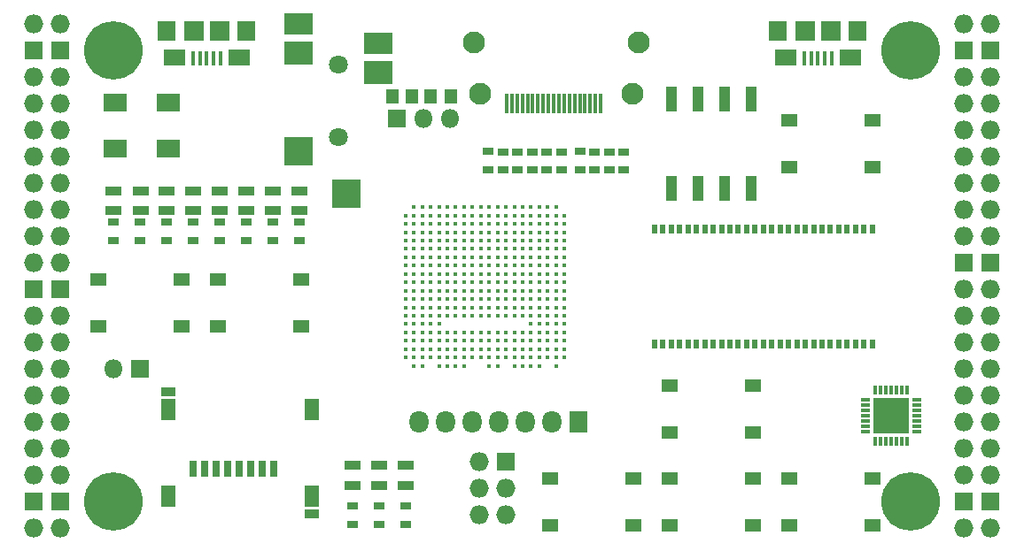
<source format=gts>
G04 #@! TF.GenerationSoftware,KiCad,Pcbnew,5.0.0-rc2+dfsg1-3*
G04 #@! TF.CreationDate,2018-07-06T12:09:25+02:00*
G04 #@! TF.ProjectId,ulx3s,756C7833732E6B696361645F70636200,rev?*
G04 #@! TF.SameCoordinates,Original*
G04 #@! TF.FileFunction,Soldermask,Top*
G04 #@! TF.FilePolarity,Negative*
%FSLAX46Y46*%
G04 Gerber Fmt 4.6, Leading zero omitted, Abs format (unit mm)*
G04 Created by KiCad (PCBNEW 5.0.0-rc2+dfsg1-3) date Fri Jul  6 12:09:25 2018*
%MOMM*%
%LPD*%
G01*
G04 APERTURE LIST*
%ADD10R,1.120000X2.440000*%
%ADD11R,0.560000X0.900000*%
%ADD12O,1.827200X1.827200*%
%ADD13R,1.727200X1.727200*%
%ADD14C,5.600000*%
%ADD15O,0.950000X0.400000*%
%ADD16O,0.400000X0.950000*%
%ADD17R,1.675000X1.675000*%
%ADD18R,1.727200X2.032000*%
%ADD19O,1.827200X2.132000*%
%ADD20C,0.430000*%
%ADD21R,2.800000X2.000000*%
%ADD22R,2.800000X2.200000*%
%ADD23R,2.800000X2.800000*%
%ADD24C,1.800000*%
%ADD25R,0.700000X1.500000*%
%ADD26R,1.450000X0.900000*%
%ADD27R,1.450000X2.000000*%
%ADD28R,2.200000X1.800000*%
%ADD29R,1.000000X0.670000*%
%ADD30R,1.500000X0.970000*%
%ADD31R,0.300000X1.900000*%
%ADD32C,2.100000*%
%ADD33R,1.700000X1.700000*%
%ADD34O,1.800000X1.800000*%
%ADD35R,1.295000X1.400000*%
%ADD36R,1.800000X1.900000*%
%ADD37R,0.400000X1.350000*%
%ADD38R,1.900000X1.900000*%
%ADD39R,2.100000X1.600000*%
%ADD40R,1.550000X1.300000*%
G04 APERTURE END LIST*
D10*
G04 #@! TO.C,SW1*
X156330000Y-69815000D03*
X163950000Y-78425000D03*
X158870000Y-69815000D03*
X161410000Y-78425000D03*
X161410000Y-69815000D03*
X158870000Y-78425000D03*
X163950000Y-69815000D03*
X156330000Y-78425000D03*
G04 #@! TD*
D11*
G04 #@! TO.C,U2*
X175493000Y-82270000D03*
X154693000Y-93330000D03*
X155493000Y-93330000D03*
X156293000Y-93330000D03*
X157093000Y-93330000D03*
X157893000Y-93330000D03*
X158693000Y-93330000D03*
X159493000Y-93330000D03*
X160293000Y-93330000D03*
X161093000Y-93330000D03*
X161893000Y-93330000D03*
X162693000Y-93330000D03*
X163493000Y-93330000D03*
X164293000Y-93330000D03*
X165093000Y-93330000D03*
X165893000Y-93330000D03*
X166693000Y-93330000D03*
X167493000Y-93330000D03*
X168293000Y-93330000D03*
X169093000Y-93330000D03*
X169893000Y-93330000D03*
X170693000Y-93330000D03*
X171493000Y-93330000D03*
X172293000Y-93330000D03*
X173093000Y-93330000D03*
X173893000Y-93330000D03*
X174693000Y-93330000D03*
X175493000Y-93330000D03*
X174693000Y-82270000D03*
X173893000Y-82270000D03*
X173093000Y-82270000D03*
X172293000Y-82270000D03*
X171493000Y-82270000D03*
X170693000Y-82270000D03*
X169893000Y-82270000D03*
X169093000Y-82270000D03*
X168293000Y-82270000D03*
X167493000Y-82270000D03*
X166693000Y-82270000D03*
X165893000Y-82270000D03*
X165093000Y-82270000D03*
X164293000Y-82270000D03*
X163493000Y-82270000D03*
X162693000Y-82270000D03*
X161893000Y-82270000D03*
X161093000Y-82270000D03*
X160293000Y-82270000D03*
X159493000Y-82270000D03*
X158693000Y-82270000D03*
X157893000Y-82270000D03*
X157093000Y-82270000D03*
X156293000Y-82270000D03*
X155493000Y-82270000D03*
X154693000Y-82270000D03*
G04 #@! TD*
D12*
G04 #@! TO.C,J1*
X97910000Y-62690000D03*
X95370000Y-62690000D03*
D13*
X97910000Y-65230000D03*
X95370000Y-65230000D03*
D12*
X97910000Y-67770000D03*
X95370000Y-67770000D03*
X97910000Y-70310000D03*
X95370000Y-70310000D03*
X97910000Y-72850000D03*
X95370000Y-72850000D03*
X97910000Y-75390000D03*
X95370000Y-75390000D03*
X97910000Y-77930000D03*
X95370000Y-77930000D03*
X97910000Y-80470000D03*
X95370000Y-80470000D03*
X97910000Y-83010000D03*
X95370000Y-83010000D03*
X97910000Y-85550000D03*
X95370000Y-85550000D03*
D13*
X97910000Y-88090000D03*
X95370000Y-88090000D03*
D12*
X97910000Y-90630000D03*
X95370000Y-90630000D03*
X97910000Y-93170000D03*
X95370000Y-93170000D03*
X97910000Y-95710000D03*
X95370000Y-95710000D03*
X97910000Y-98250000D03*
X95370000Y-98250000D03*
X97910000Y-100790000D03*
X95370000Y-100790000D03*
X97910000Y-103330000D03*
X95370000Y-103330000D03*
X97910000Y-105870000D03*
X95370000Y-105870000D03*
D13*
X97910000Y-108410000D03*
X95370000Y-108410000D03*
D12*
X97910000Y-110950000D03*
X95370000Y-110950000D03*
G04 #@! TD*
G04 #@! TO.C,J2*
X184270000Y-110950000D03*
X186810000Y-110950000D03*
D13*
X184270000Y-108410000D03*
X186810000Y-108410000D03*
D12*
X184270000Y-105870000D03*
X186810000Y-105870000D03*
X184270000Y-103330000D03*
X186810000Y-103330000D03*
X184270000Y-100790000D03*
X186810000Y-100790000D03*
X184270000Y-98250000D03*
X186810000Y-98250000D03*
X184270000Y-95710000D03*
X186810000Y-95710000D03*
X184270000Y-93170000D03*
X186810000Y-93170000D03*
X184270000Y-90630000D03*
X186810000Y-90630000D03*
X184270000Y-88090000D03*
X186810000Y-88090000D03*
D13*
X184270000Y-85550000D03*
X186810000Y-85550000D03*
D12*
X184270000Y-83010000D03*
X186810000Y-83010000D03*
X184270000Y-80470000D03*
X186810000Y-80470000D03*
X184270000Y-77930000D03*
X186810000Y-77930000D03*
X184270000Y-75390000D03*
X186810000Y-75390000D03*
X184270000Y-72850000D03*
X186810000Y-72850000D03*
X184270000Y-70310000D03*
X186810000Y-70310000D03*
X184270000Y-67770000D03*
X186810000Y-67770000D03*
D13*
X184270000Y-65230000D03*
X186810000Y-65230000D03*
D12*
X184270000Y-62690000D03*
X186810000Y-62690000D03*
G04 #@! TD*
D14*
G04 #@! TO.C,H1*
X102990000Y-108410000D03*
G04 #@! TD*
G04 #@! TO.C,H2*
X179190000Y-108410000D03*
G04 #@! TD*
G04 #@! TO.C,H3*
X179190000Y-65230000D03*
G04 #@! TD*
G04 #@! TO.C,H4*
X102990000Y-65230000D03*
G04 #@! TD*
D13*
G04 #@! TO.C,J4*
X140455000Y-104600000D03*
D12*
X137915000Y-104600000D03*
X140455000Y-107140000D03*
X137915000Y-107140000D03*
X140455000Y-109680000D03*
X137915000Y-109680000D03*
G04 #@! TD*
D15*
G04 #@! TO.C,U8*
X179735000Y-101655000D03*
X179735000Y-101155000D03*
X179735000Y-100655000D03*
X179735000Y-100155000D03*
X179735000Y-99655000D03*
X179735000Y-99155000D03*
X179735000Y-98655000D03*
D16*
X178785000Y-97705000D03*
X178285000Y-97705000D03*
X177785000Y-97705000D03*
X177285000Y-97705000D03*
X176785000Y-97705000D03*
X176285000Y-97705000D03*
X175785000Y-97705000D03*
D15*
X174835000Y-98655000D03*
X174835000Y-99155000D03*
X174835000Y-99655000D03*
X174835000Y-100155000D03*
X174835000Y-100655000D03*
X174835000Y-101155000D03*
X174835000Y-101655000D03*
D16*
X175785000Y-102605000D03*
X176285000Y-102605000D03*
X176785000Y-102605000D03*
X177285000Y-102605000D03*
X177785000Y-102605000D03*
X178285000Y-102605000D03*
X178785000Y-102605000D03*
D17*
X176447500Y-99317500D03*
X176447500Y-100992500D03*
X178122500Y-99317500D03*
X178122500Y-100992500D03*
G04 #@! TD*
D18*
G04 #@! TO.C,OLED1*
X147440000Y-100790000D03*
D19*
X144900000Y-100790000D03*
X142360000Y-100790000D03*
X139820000Y-100790000D03*
X137280000Y-100790000D03*
X134740000Y-100790000D03*
X132200000Y-100790000D03*
G04 #@! TD*
D20*
G04 #@! TO.C,U1*
X131680000Y-80200000D03*
X132480000Y-80200000D03*
X133280000Y-80200000D03*
X134080000Y-80200000D03*
X134880000Y-80200000D03*
X135680000Y-80200000D03*
X136480000Y-80200000D03*
X137280000Y-80200000D03*
X138080000Y-80200000D03*
X138880000Y-80200000D03*
X139680000Y-80200000D03*
X140480000Y-80200000D03*
X141280000Y-80200000D03*
X142080000Y-80200000D03*
X142880000Y-80200000D03*
X143680000Y-80200000D03*
X144480000Y-80200000D03*
X145280000Y-80200000D03*
X130880000Y-81000000D03*
X131680000Y-81000000D03*
X132480000Y-81000000D03*
X133280000Y-81000000D03*
X134080000Y-81000000D03*
X134880000Y-81000000D03*
X135680000Y-81000000D03*
X136480000Y-81000000D03*
X137280000Y-81000000D03*
X138080000Y-81000000D03*
X138880000Y-81000000D03*
X139680000Y-81000000D03*
X140480000Y-81000000D03*
X141280000Y-81000000D03*
X142080000Y-81000000D03*
X142880000Y-81000000D03*
X143680000Y-81000000D03*
X144480000Y-81000000D03*
X145280000Y-81000000D03*
X146080000Y-81000000D03*
X130880000Y-81800000D03*
X131680000Y-81800000D03*
X132480000Y-81800000D03*
X133280000Y-81800000D03*
X134080000Y-81800000D03*
X134880000Y-81800000D03*
X135680000Y-81800000D03*
X136480000Y-81800000D03*
X137280000Y-81800000D03*
X138080000Y-81800000D03*
X138880000Y-81800000D03*
X139680000Y-81800000D03*
X140480000Y-81800000D03*
X141280000Y-81800000D03*
X142080000Y-81800000D03*
X142880000Y-81800000D03*
X143680000Y-81800000D03*
X144480000Y-81800000D03*
X145280000Y-81800000D03*
X146080000Y-81800000D03*
X130880000Y-82600000D03*
X131680000Y-82600000D03*
X132480000Y-82600000D03*
X133280000Y-82600000D03*
X134080000Y-82600000D03*
X134880000Y-82600000D03*
X135680000Y-82600000D03*
X136480000Y-82600000D03*
X137280000Y-82600000D03*
X138080000Y-82600000D03*
X138880000Y-82600000D03*
X139680000Y-82600000D03*
X140480000Y-82600000D03*
X141280000Y-82600000D03*
X142080000Y-82600000D03*
X142880000Y-82600000D03*
X143680000Y-82600000D03*
X144480000Y-82600000D03*
X145280000Y-82600000D03*
X146080000Y-82600000D03*
X130880000Y-83400000D03*
X131680000Y-83400000D03*
X132480000Y-83400000D03*
X133280000Y-83400000D03*
X134080000Y-83400000D03*
X134880000Y-83400000D03*
X135680000Y-83400000D03*
X136480000Y-83400000D03*
X137280000Y-83400000D03*
X138080000Y-83400000D03*
X138880000Y-83400000D03*
X139680000Y-83400000D03*
X140480000Y-83400000D03*
X141280000Y-83400000D03*
X142080000Y-83400000D03*
X142880000Y-83400000D03*
X143680000Y-83400000D03*
X144480000Y-83400000D03*
X145280000Y-83400000D03*
X146080000Y-83400000D03*
X130880000Y-84200000D03*
X131680000Y-84200000D03*
X132480000Y-84200000D03*
X133280000Y-84200000D03*
X134080000Y-84200000D03*
X134880000Y-84200000D03*
X135680000Y-84200000D03*
X136480000Y-84200000D03*
X137280000Y-84200000D03*
X138080000Y-84200000D03*
X138880000Y-84200000D03*
X139680000Y-84200000D03*
X140480000Y-84200000D03*
X141280000Y-84200000D03*
X142080000Y-84200000D03*
X142880000Y-84200000D03*
X143680000Y-84200000D03*
X144480000Y-84200000D03*
X145280000Y-84200000D03*
X146080000Y-84200000D03*
X130880000Y-85000000D03*
X131680000Y-85000000D03*
X132480000Y-85000000D03*
X133280000Y-85000000D03*
X134080000Y-85000000D03*
X134880000Y-85000000D03*
X135680000Y-85000000D03*
X136480000Y-85000000D03*
X137280000Y-85000000D03*
X138080000Y-85000000D03*
X138880000Y-85000000D03*
X139680000Y-85000000D03*
X140480000Y-85000000D03*
X141280000Y-85000000D03*
X142080000Y-85000000D03*
X142880000Y-85000000D03*
X143680000Y-85000000D03*
X144480000Y-85000000D03*
X145280000Y-85000000D03*
X146080000Y-85000000D03*
X130880000Y-85800000D03*
X131680000Y-85800000D03*
X132480000Y-85800000D03*
X133280000Y-85800000D03*
X134080000Y-85800000D03*
X134880000Y-85800000D03*
X135680000Y-85800000D03*
X136480000Y-85800000D03*
X137280000Y-85800000D03*
X138080000Y-85800000D03*
X138880000Y-85800000D03*
X139680000Y-85800000D03*
X140480000Y-85800000D03*
X141280000Y-85800000D03*
X142080000Y-85800000D03*
X142880000Y-85800000D03*
X143680000Y-85800000D03*
X144480000Y-85800000D03*
X145280000Y-85800000D03*
X146080000Y-85800000D03*
X130880000Y-86600000D03*
X131680000Y-86600000D03*
X132480000Y-86600000D03*
X133280000Y-86600000D03*
X134080000Y-86600000D03*
X134880000Y-86600000D03*
X135680000Y-86600000D03*
X136480000Y-86600000D03*
X137280000Y-86600000D03*
X138080000Y-86600000D03*
X138880000Y-86600000D03*
X139680000Y-86600000D03*
X140480000Y-86600000D03*
X141280000Y-86600000D03*
X142080000Y-86600000D03*
X142880000Y-86600000D03*
X143680000Y-86600000D03*
X144480000Y-86600000D03*
X145280000Y-86600000D03*
X146080000Y-86600000D03*
X130880000Y-87400000D03*
X131680000Y-87400000D03*
X132480000Y-87400000D03*
X133280000Y-87400000D03*
X134080000Y-87400000D03*
X134880000Y-87400000D03*
X135680000Y-87400000D03*
X136480000Y-87400000D03*
X137280000Y-87400000D03*
X138080000Y-87400000D03*
X138880000Y-87400000D03*
X139680000Y-87400000D03*
X140480000Y-87400000D03*
X141280000Y-87400000D03*
X142080000Y-87400000D03*
X142880000Y-87400000D03*
X143680000Y-87400000D03*
X144480000Y-87400000D03*
X145280000Y-87400000D03*
X146080000Y-87400000D03*
X130880000Y-88200000D03*
X131680000Y-88200000D03*
X132480000Y-88200000D03*
X133280000Y-88200000D03*
X134080000Y-88200000D03*
X134880000Y-88200000D03*
X135680000Y-88200000D03*
X136480000Y-88200000D03*
X137280000Y-88200000D03*
X138080000Y-88200000D03*
X138880000Y-88200000D03*
X139680000Y-88200000D03*
X140480000Y-88200000D03*
X141280000Y-88200000D03*
X142080000Y-88200000D03*
X142880000Y-88200000D03*
X143680000Y-88200000D03*
X144480000Y-88200000D03*
X145280000Y-88200000D03*
X146080000Y-88200000D03*
X130880000Y-89000000D03*
X131680000Y-89000000D03*
X132480000Y-89000000D03*
X133280000Y-89000000D03*
X134080000Y-89000000D03*
X134880000Y-89000000D03*
X135680000Y-89000000D03*
X136480000Y-89000000D03*
X137280000Y-89000000D03*
X138080000Y-89000000D03*
X138880000Y-89000000D03*
X139680000Y-89000000D03*
X140480000Y-89000000D03*
X141280000Y-89000000D03*
X142080000Y-89000000D03*
X142880000Y-89000000D03*
X143680000Y-89000000D03*
X144480000Y-89000000D03*
X145280000Y-89000000D03*
X146080000Y-89000000D03*
X130880000Y-89800000D03*
X131680000Y-89800000D03*
X132480000Y-89800000D03*
X133280000Y-89800000D03*
X134080000Y-89800000D03*
X134880000Y-89800000D03*
X135680000Y-89800000D03*
X136480000Y-89800000D03*
X137280000Y-89800000D03*
X138080000Y-89800000D03*
X138880000Y-89800000D03*
X139680000Y-89800000D03*
X140480000Y-89800000D03*
X141280000Y-89800000D03*
X142080000Y-89800000D03*
X142880000Y-89800000D03*
X143680000Y-89800000D03*
X144480000Y-89800000D03*
X145280000Y-89800000D03*
X146080000Y-89800000D03*
X130880000Y-90600000D03*
X131680000Y-90600000D03*
X132480000Y-90600000D03*
X133280000Y-90600000D03*
X134080000Y-90600000D03*
X134880000Y-90600000D03*
X135680000Y-90600000D03*
X136480000Y-90600000D03*
X137280000Y-90600000D03*
X138080000Y-90600000D03*
X138880000Y-90600000D03*
X139680000Y-90600000D03*
X140480000Y-90600000D03*
X141280000Y-90600000D03*
X142080000Y-90600000D03*
X142880000Y-90600000D03*
X143680000Y-90600000D03*
X144480000Y-90600000D03*
X145280000Y-90600000D03*
X146080000Y-90600000D03*
X130880000Y-91400000D03*
X131680000Y-91400000D03*
X132480000Y-91400000D03*
X133280000Y-91400000D03*
X134080000Y-91400000D03*
X142880000Y-91400000D03*
X143680000Y-91400000D03*
X144480000Y-91400000D03*
X145280000Y-91400000D03*
X146080000Y-91400000D03*
X130880000Y-92200000D03*
X131680000Y-92200000D03*
X132480000Y-92200000D03*
X133280000Y-92200000D03*
X134080000Y-92200000D03*
X134880000Y-92200000D03*
X135680000Y-92200000D03*
X136480000Y-92200000D03*
X137280000Y-92200000D03*
X138080000Y-92200000D03*
X138880000Y-92200000D03*
X139680000Y-92200000D03*
X140480000Y-92200000D03*
X141280000Y-92200000D03*
X142080000Y-92200000D03*
X142880000Y-92200000D03*
X143680000Y-92200000D03*
X144480000Y-92200000D03*
X145280000Y-92200000D03*
X146080000Y-92200000D03*
X130880000Y-93000000D03*
X131680000Y-93000000D03*
X132480000Y-93000000D03*
X133280000Y-93000000D03*
X134080000Y-93000000D03*
X134880000Y-93000000D03*
X135680000Y-93000000D03*
X136480000Y-93000000D03*
X137280000Y-93000000D03*
X138080000Y-93000000D03*
X138880000Y-93000000D03*
X139680000Y-93000000D03*
X140480000Y-93000000D03*
X141280000Y-93000000D03*
X142080000Y-93000000D03*
X142880000Y-93000000D03*
X143680000Y-93000000D03*
X144480000Y-93000000D03*
X145280000Y-93000000D03*
X146080000Y-93000000D03*
X130880000Y-93800000D03*
X131680000Y-93800000D03*
X132480000Y-93800000D03*
X133280000Y-93800000D03*
X134080000Y-93800000D03*
X134880000Y-93800000D03*
X135680000Y-93800000D03*
X136480000Y-93800000D03*
X137280000Y-93800000D03*
X138080000Y-93800000D03*
X138880000Y-93800000D03*
X139680000Y-93800000D03*
X140480000Y-93800000D03*
X141280000Y-93800000D03*
X142080000Y-93800000D03*
X142880000Y-93800000D03*
X143680000Y-93800000D03*
X144480000Y-93800000D03*
X145280000Y-93800000D03*
X146080000Y-93800000D03*
X130880000Y-94600000D03*
X131680000Y-94600000D03*
X132480000Y-94600000D03*
X133280000Y-94600000D03*
X134080000Y-94600000D03*
X134880000Y-94600000D03*
X135680000Y-94600000D03*
X136480000Y-94600000D03*
X137280000Y-94600000D03*
X138080000Y-94600000D03*
X138880000Y-94600000D03*
X139680000Y-94600000D03*
X140480000Y-94600000D03*
X141280000Y-94600000D03*
X142080000Y-94600000D03*
X142880000Y-94600000D03*
X143680000Y-94600000D03*
X144480000Y-94600000D03*
X145280000Y-94600000D03*
X146080000Y-94600000D03*
X131680000Y-95400000D03*
X132480000Y-95400000D03*
X134080000Y-95400000D03*
X134880000Y-95400000D03*
X135680000Y-95400000D03*
X136480000Y-95400000D03*
X138880000Y-95400000D03*
X139680000Y-95400000D03*
X141280000Y-95400000D03*
X142080000Y-95400000D03*
X142880000Y-95400000D03*
X143680000Y-95400000D03*
X145280000Y-95400000D03*
G04 #@! TD*
D21*
G04 #@! TO.C,AUDIO1*
X120668000Y-62618000D03*
D22*
X120668000Y-65418000D03*
D23*
X120668000Y-74818000D03*
X125218000Y-78918000D03*
D22*
X128268000Y-67318000D03*
D21*
X128268000Y-64518000D03*
D24*
X124468000Y-66518000D03*
X124468000Y-73518000D03*
G04 #@! TD*
D25*
G04 #@! TO.C,SD1*
X118250000Y-105250000D03*
X117150000Y-105250000D03*
X116050000Y-105250000D03*
X114950000Y-105250000D03*
X113850000Y-105250000D03*
X112750000Y-105250000D03*
X111650000Y-105250000D03*
X110550000Y-105250000D03*
D26*
X121925000Y-109550000D03*
X108175000Y-97850000D03*
D27*
X108175000Y-107850000D03*
X121925000Y-107850000D03*
X121925000Y-99550000D03*
X108175000Y-99550000D03*
G04 #@! TD*
D28*
G04 #@! TO.C,Y1*
X108212000Y-70160000D03*
X103132000Y-70160000D03*
X103132000Y-74560000D03*
X108212000Y-74560000D03*
G04 #@! TD*
D29*
G04 #@! TO.C,C36*
X150361000Y-76646000D03*
X150361000Y-74896000D03*
G04 #@! TD*
G04 #@! TO.C,C37*
X151758000Y-74896000D03*
X151758000Y-76646000D03*
G04 #@! TD*
G04 #@! TO.C,C38*
X140201000Y-74896000D03*
X140201000Y-76646000D03*
G04 #@! TD*
G04 #@! TO.C,C39*
X142995000Y-76646000D03*
X142995000Y-74896000D03*
G04 #@! TD*
G04 #@! TO.C,C40*
X145789000Y-76646000D03*
X145789000Y-74896000D03*
G04 #@! TD*
G04 #@! TO.C,C41*
X148964000Y-74896000D03*
X148964000Y-76646000D03*
G04 #@! TD*
G04 #@! TO.C,C42*
X138742800Y-76638600D03*
X138742800Y-74888600D03*
G04 #@! TD*
G04 #@! TO.C,C43*
X141598000Y-74896000D03*
X141598000Y-76646000D03*
G04 #@! TD*
G04 #@! TO.C,C44*
X144392000Y-74896000D03*
X144392000Y-76646000D03*
G04 #@! TD*
G04 #@! TO.C,C45*
X147567000Y-76634000D03*
X147567000Y-74884000D03*
G04 #@! TD*
D30*
G04 #@! TO.C,D19*
X130930000Y-106825000D03*
X130930000Y-104915000D03*
G04 #@! TD*
G04 #@! TO.C,D0*
X120770000Y-78644000D03*
X120770000Y-80554000D03*
G04 #@! TD*
G04 #@! TO.C,D1*
X118230000Y-80554000D03*
X118230000Y-78644000D03*
G04 #@! TD*
G04 #@! TO.C,D2*
X115690000Y-78644000D03*
X115690000Y-80554000D03*
G04 #@! TD*
G04 #@! TO.C,D3*
X113150000Y-78644000D03*
X113150000Y-80554000D03*
G04 #@! TD*
G04 #@! TO.C,D4*
X110610000Y-80554000D03*
X110610000Y-78644000D03*
G04 #@! TD*
G04 #@! TO.C,D5*
X108070000Y-80554000D03*
X108070000Y-78644000D03*
G04 #@! TD*
G04 #@! TO.C,D6*
X105545000Y-78644000D03*
X105545000Y-80554000D03*
G04 #@! TD*
G04 #@! TO.C,D7*
X102990000Y-80554000D03*
X102990000Y-78644000D03*
G04 #@! TD*
G04 #@! TO.C,D18*
X128390000Y-106825000D03*
X128390000Y-104915000D03*
G04 #@! TD*
G04 #@! TO.C,D22*
X125850000Y-104915000D03*
X125850000Y-106825000D03*
G04 #@! TD*
D31*
G04 #@! TO.C,GPDI1*
X149546000Y-70312000D03*
X149046000Y-70312000D03*
X148546000Y-70312000D03*
X148046000Y-70312000D03*
X147546000Y-70312000D03*
X147046000Y-70312000D03*
X146546000Y-70312000D03*
X146046000Y-70312000D03*
X145546000Y-70312000D03*
X145046000Y-70312000D03*
X144546000Y-70312000D03*
X144046000Y-70312000D03*
X143546000Y-70312000D03*
X143046000Y-70312000D03*
X142546000Y-70312000D03*
X142046000Y-70312000D03*
X141546000Y-70312000D03*
X141046000Y-70312000D03*
X140546000Y-70312000D03*
D32*
X152546000Y-69312000D03*
X138046000Y-69312000D03*
X153146000Y-64412000D03*
X137446000Y-64412000D03*
G04 #@! TD*
D29*
G04 #@! TO.C,R41*
X120770000Y-83377000D03*
X120770000Y-81627000D03*
G04 #@! TD*
G04 #@! TO.C,R42*
X118230000Y-81627000D03*
X118230000Y-83377000D03*
G04 #@! TD*
G04 #@! TO.C,R43*
X115690000Y-83377000D03*
X115690000Y-81627000D03*
G04 #@! TD*
G04 #@! TO.C,R44*
X113150000Y-81627000D03*
X113150000Y-83377000D03*
G04 #@! TD*
G04 #@! TO.C,R45*
X110610000Y-81627000D03*
X110610000Y-83377000D03*
G04 #@! TD*
G04 #@! TO.C,R46*
X108070000Y-83377000D03*
X108070000Y-81627000D03*
G04 #@! TD*
G04 #@! TO.C,R47*
X105530000Y-81627000D03*
X105530000Y-83377000D03*
G04 #@! TD*
G04 #@! TO.C,R48*
X102990000Y-83377000D03*
X102990000Y-81627000D03*
G04 #@! TD*
G04 #@! TO.C,R36*
X128390000Y-110555000D03*
X128390000Y-108805000D03*
G04 #@! TD*
G04 #@! TO.C,R37*
X130930000Y-110555000D03*
X130930000Y-108805000D03*
G04 #@! TD*
G04 #@! TO.C,R62*
X125850000Y-108805000D03*
X125850000Y-110555000D03*
G04 #@! TD*
D33*
G04 #@! TO.C,J3*
X105530000Y-95710000D03*
D34*
X102990000Y-95710000D03*
G04 #@! TD*
D33*
G04 #@! TO.C,J5*
X130056000Y-71725000D03*
D34*
X132596000Y-71725000D03*
X135136000Y-71725000D03*
G04 #@! TD*
D35*
G04 #@! TO.C,RV2*
X131531500Y-69566000D03*
X129596500Y-69566000D03*
G04 #@! TD*
G04 #@! TO.C,RV3*
X133279500Y-69566000D03*
X135214500Y-69566000D03*
G04 #@! TD*
D36*
G04 #@! TO.C,US1*
X108080000Y-63325000D03*
X115680000Y-63325000D03*
D37*
X110580000Y-66000000D03*
X111230000Y-66000000D03*
X111880000Y-66000000D03*
X112530000Y-66000000D03*
X113180000Y-66000000D03*
D38*
X110680000Y-63325000D03*
X113080000Y-63325000D03*
D39*
X108780000Y-65875000D03*
X114980000Y-65875000D03*
G04 #@! TD*
G04 #@! TO.C,US2*
X173400000Y-65875000D03*
X167200000Y-65875000D03*
D38*
X171500000Y-63325000D03*
X169100000Y-63325000D03*
D37*
X171600000Y-66000000D03*
X170950000Y-66000000D03*
X170300000Y-66000000D03*
X169650000Y-66000000D03*
X169000000Y-66000000D03*
D36*
X174100000Y-63325000D03*
X166500000Y-63325000D03*
G04 #@! TD*
D40*
G04 #@! TO.C,B0*
X175550000Y-71870000D03*
X175550000Y-76370000D03*
X167590000Y-76370000D03*
X167590000Y-71870000D03*
G04 #@! TD*
G04 #@! TO.C,B1*
X109510000Y-91610000D03*
X109510000Y-87110000D03*
X101550000Y-87110000D03*
X101550000Y-91610000D03*
G04 #@! TD*
G04 #@! TO.C,B2*
X112980000Y-91610000D03*
X112980000Y-87110000D03*
X120940000Y-87110000D03*
X120940000Y-91610000D03*
G04 #@! TD*
G04 #@! TO.C,B3*
X164120000Y-101770000D03*
X164120000Y-97270000D03*
X156160000Y-97270000D03*
X156160000Y-101770000D03*
G04 #@! TD*
G04 #@! TO.C,B4*
X164120000Y-106160000D03*
X164120000Y-110660000D03*
X156160000Y-110660000D03*
X156160000Y-106160000D03*
G04 #@! TD*
G04 #@! TO.C,B5*
X144730000Y-106160000D03*
X144730000Y-110660000D03*
X152690000Y-110660000D03*
X152690000Y-106160000D03*
G04 #@! TD*
G04 #@! TO.C,B6*
X175550000Y-106160000D03*
X175550000Y-110660000D03*
X167590000Y-110660000D03*
X167590000Y-106160000D03*
G04 #@! TD*
M02*

</source>
